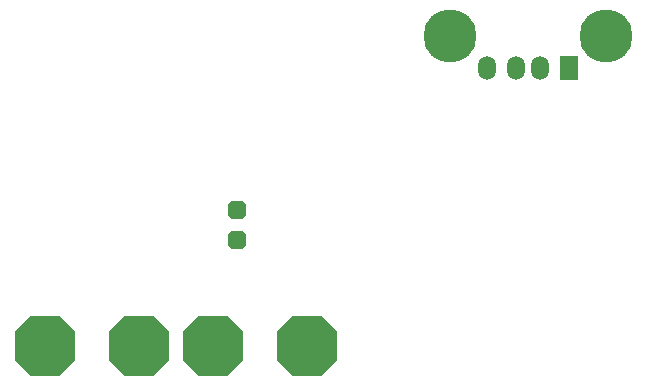
<source format=gbr>
G04 Layer_Color=255*
%FSLAX45Y45*%
%MOMM*%
%TF.FileFunction,Pads,Bot*%
%TF.Part,Single*%
G01*
G75*
%TA.AperFunction,ComponentPad*%
G04:AMPARAMS|DCode=43|XSize=5mm|YSize=5mm|CornerRadius=0mm|HoleSize=0mm|Usage=FLASHONLY|Rotation=180.000|XOffset=0mm|YOffset=0mm|HoleType=Round|Shape=Octagon|*
%AMOCTAGOND43*
4,1,8,-2.50000,1.25000,-2.50000,-1.25000,-1.25000,-2.50000,1.25000,-2.50000,2.50000,-1.25000,2.50000,1.25000,1.25000,2.50000,-1.25000,2.50000,-2.50000,1.25000,0.0*
%
%ADD43OCTAGOND43*%

G04:AMPARAMS|DCode=44|XSize=1.6mm|YSize=1.6mm|CornerRadius=0mm|HoleSize=0mm|Usage=FLASHONLY|Rotation=270.000|XOffset=0mm|YOffset=0mm|HoleType=Round|Shape=Octagon|*
%AMOCTAGOND44*
4,1,8,-0.40000,-0.80000,0.40000,-0.80000,0.80000,-0.40000,0.80000,0.40000,0.40000,0.80000,-0.40000,0.80000,-0.80000,0.40000,-0.80000,-0.40000,-0.40000,-0.80000,0.0*
%
%ADD44OCTAGOND44*%

%ADD45O,1.50000X2.00000*%
%ADD46R,1.50000X2.00000*%
%ADD47C,4.50000*%
D43*
X12690000Y4560000D02*
D03*
X13489999D02*
D03*
X11270000D02*
D03*
X12070000D02*
D03*
D44*
X12900000Y5717000D02*
D03*
Y5463000D02*
D03*
D45*
X15010001Y6920000D02*
D03*
X15460001D02*
D03*
X15260001D02*
D03*
D46*
X15710001D02*
D03*
D47*
X16017000Y7191000D02*
D03*
X14703000D02*
D03*
%TF.MD5,c57a5f79ae113829a8275f5fd242e145*%
M02*

</source>
